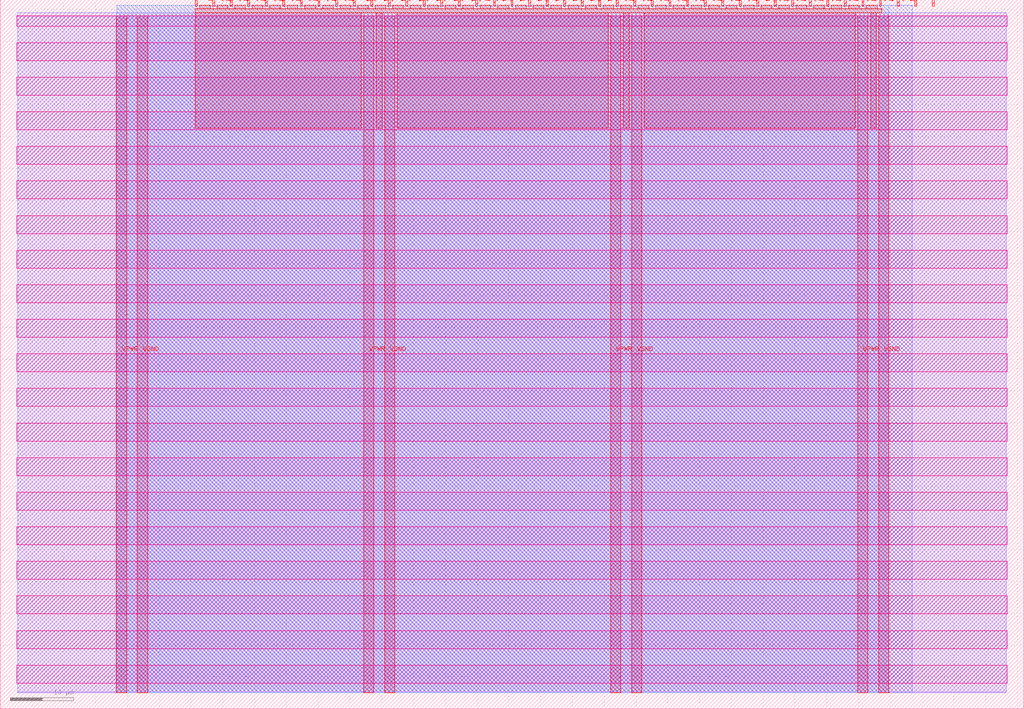
<source format=lef>
VERSION 5.7 ;
  NOWIREEXTENSIONATPIN ON ;
  DIVIDERCHAR "/" ;
  BUSBITCHARS "[]" ;
MACRO tt_um_brailliance
  CLASS BLOCK ;
  FOREIGN tt_um_brailliance ;
  ORIGIN 0.000 0.000 ;
  SIZE 161.000 BY 111.520 ;
  PIN VGND
    DIRECTION INOUT ;
    USE GROUND ;
    PORT
      LAYER met4 ;
        RECT 21.580 2.480 23.180 109.040 ;
    END
    PORT
      LAYER met4 ;
        RECT 60.450 2.480 62.050 109.040 ;
    END
    PORT
      LAYER met4 ;
        RECT 99.320 2.480 100.920 109.040 ;
    END
    PORT
      LAYER met4 ;
        RECT 138.190 2.480 139.790 109.040 ;
    END
  END VGND
  PIN VPWR
    DIRECTION INOUT ;
    USE POWER ;
    PORT
      LAYER met4 ;
        RECT 18.280 2.480 19.880 109.040 ;
    END
    PORT
      LAYER met4 ;
        RECT 57.150 2.480 58.750 109.040 ;
    END
    PORT
      LAYER met4 ;
        RECT 96.020 2.480 97.620 109.040 ;
    END
    PORT
      LAYER met4 ;
        RECT 134.890 2.480 136.490 109.040 ;
    END
  END VPWR
  PIN clk
    DIRECTION INPUT ;
    USE SIGNAL ;
    PORT
      LAYER met4 ;
        RECT 143.830 110.520 144.130 111.520 ;
    END
  END clk
  PIN ena
    DIRECTION INPUT ;
    USE SIGNAL ;
    PORT
      LAYER met4 ;
        RECT 146.590 110.520 146.890 111.520 ;
    END
  END ena
  PIN rst_n
    DIRECTION INPUT ;
    USE SIGNAL ;
    PORT
      LAYER met4 ;
        RECT 141.070 110.520 141.370 111.520 ;
    END
  END rst_n
  PIN ui_in[0]
    DIRECTION INPUT ;
    USE SIGNAL ;
    ANTENNAGATEAREA 0.126000 ;
    PORT
      LAYER met4 ;
        RECT 138.310 110.520 138.610 111.520 ;
    END
  END ui_in[0]
  PIN ui_in[1]
    DIRECTION INPUT ;
    USE SIGNAL ;
    ANTENNAGATEAREA 0.213000 ;
    PORT
      LAYER met4 ;
        RECT 135.550 110.520 135.850 111.520 ;
    END
  END ui_in[1]
  PIN ui_in[2]
    DIRECTION INPUT ;
    USE SIGNAL ;
    ANTENNAGATEAREA 0.196500 ;
    PORT
      LAYER met4 ;
        RECT 132.790 110.520 133.090 111.520 ;
    END
  END ui_in[2]
  PIN ui_in[3]
    DIRECTION INPUT ;
    USE SIGNAL ;
    ANTENNAGATEAREA 0.196500 ;
    PORT
      LAYER met4 ;
        RECT 130.030 110.520 130.330 111.520 ;
    END
  END ui_in[3]
  PIN ui_in[4]
    DIRECTION INPUT ;
    USE SIGNAL ;
    ANTENNAGATEAREA 0.196500 ;
    PORT
      LAYER met4 ;
        RECT 127.270 110.520 127.570 111.520 ;
    END
  END ui_in[4]
  PIN ui_in[5]
    DIRECTION INPUT ;
    USE SIGNAL ;
    ANTENNAGATEAREA 0.196500 ;
    PORT
      LAYER met4 ;
        RECT 124.510 110.520 124.810 111.520 ;
    END
  END ui_in[5]
  PIN ui_in[6]
    DIRECTION INPUT ;
    USE SIGNAL ;
    ANTENNAGATEAREA 0.196500 ;
    PORT
      LAYER met4 ;
        RECT 121.750 110.520 122.050 111.520 ;
    END
  END ui_in[6]
  PIN ui_in[7]
    DIRECTION INPUT ;
    USE SIGNAL ;
    ANTENNAGATEAREA 0.196500 ;
    PORT
      LAYER met4 ;
        RECT 118.990 110.520 119.290 111.520 ;
    END
  END ui_in[7]
  PIN uio_in[0]
    DIRECTION INPUT ;
    USE SIGNAL ;
    ANTENNAGATEAREA 0.126000 ;
    PORT
      LAYER met4 ;
        RECT 116.230 110.520 116.530 111.520 ;
    END
  END uio_in[0]
  PIN uio_in[1]
    DIRECTION INPUT ;
    USE SIGNAL ;
    ANTENNAGATEAREA 0.213000 ;
    PORT
      LAYER met4 ;
        RECT 113.470 110.520 113.770 111.520 ;
    END
  END uio_in[1]
  PIN uio_in[2]
    DIRECTION INPUT ;
    USE SIGNAL ;
    ANTENNAGATEAREA 0.196500 ;
    PORT
      LAYER met4 ;
        RECT 110.710 110.520 111.010 111.520 ;
    END
  END uio_in[2]
  PIN uio_in[3]
    DIRECTION INPUT ;
    USE SIGNAL ;
    ANTENNAGATEAREA 0.196500 ;
    PORT
      LAYER met4 ;
        RECT 107.950 110.520 108.250 111.520 ;
    END
  END uio_in[3]
  PIN uio_in[4]
    DIRECTION INPUT ;
    USE SIGNAL ;
    ANTENNAGATEAREA 0.196500 ;
    PORT
      LAYER met4 ;
        RECT 105.190 110.520 105.490 111.520 ;
    END
  END uio_in[4]
  PIN uio_in[5]
    DIRECTION INPUT ;
    USE SIGNAL ;
    ANTENNAGATEAREA 0.196500 ;
    PORT
      LAYER met4 ;
        RECT 102.430 110.520 102.730 111.520 ;
    END
  END uio_in[5]
  PIN uio_in[6]
    DIRECTION INPUT ;
    USE SIGNAL ;
    ANTENNAGATEAREA 0.196500 ;
    PORT
      LAYER met4 ;
        RECT 99.670 110.520 99.970 111.520 ;
    END
  END uio_in[6]
  PIN uio_in[7]
    DIRECTION INPUT ;
    USE SIGNAL ;
    ANTENNAGATEAREA 0.196500 ;
    PORT
      LAYER met4 ;
        RECT 96.910 110.520 97.210 111.520 ;
    END
  END uio_in[7]
  PIN uio_oe[0]
    DIRECTION OUTPUT ;
    USE SIGNAL ;
    ANTENNADIFFAREA 0.445500 ;
    PORT
      LAYER met4 ;
        RECT 49.990 110.520 50.290 111.520 ;
    END
  END uio_oe[0]
  PIN uio_oe[1]
    DIRECTION OUTPUT ;
    USE SIGNAL ;
    ANTENNADIFFAREA 0.445500 ;
    PORT
      LAYER met4 ;
        RECT 47.230 110.520 47.530 111.520 ;
    END
  END uio_oe[1]
  PIN uio_oe[2]
    DIRECTION OUTPUT ;
    USE SIGNAL ;
    ANTENNADIFFAREA 0.445500 ;
    PORT
      LAYER met4 ;
        RECT 44.470 110.520 44.770 111.520 ;
    END
  END uio_oe[2]
  PIN uio_oe[3]
    DIRECTION OUTPUT ;
    USE SIGNAL ;
    ANTENNADIFFAREA 0.445500 ;
    PORT
      LAYER met4 ;
        RECT 41.710 110.520 42.010 111.520 ;
    END
  END uio_oe[3]
  PIN uio_oe[4]
    DIRECTION OUTPUT ;
    USE SIGNAL ;
    ANTENNADIFFAREA 0.445500 ;
    PORT
      LAYER met4 ;
        RECT 38.950 110.520 39.250 111.520 ;
    END
  END uio_oe[4]
  PIN uio_oe[5]
    DIRECTION OUTPUT ;
    USE SIGNAL ;
    ANTENNADIFFAREA 0.445500 ;
    PORT
      LAYER met4 ;
        RECT 36.190 110.520 36.490 111.520 ;
    END
  END uio_oe[5]
  PIN uio_oe[6]
    DIRECTION OUTPUT ;
    USE SIGNAL ;
    ANTENNADIFFAREA 0.445500 ;
    PORT
      LAYER met4 ;
        RECT 33.430 110.520 33.730 111.520 ;
    END
  END uio_oe[6]
  PIN uio_oe[7]
    DIRECTION OUTPUT ;
    USE SIGNAL ;
    ANTENNADIFFAREA 0.445500 ;
    PORT
      LAYER met4 ;
        RECT 30.670 110.520 30.970 111.520 ;
    END
  END uio_oe[7]
  PIN uio_out[0]
    DIRECTION OUTPUT ;
    USE SIGNAL ;
    ANTENNADIFFAREA 0.445500 ;
    PORT
      LAYER met4 ;
        RECT 72.070 110.520 72.370 111.520 ;
    END
  END uio_out[0]
  PIN uio_out[1]
    DIRECTION OUTPUT ;
    USE SIGNAL ;
    ANTENNADIFFAREA 0.445500 ;
    PORT
      LAYER met4 ;
        RECT 69.310 110.520 69.610 111.520 ;
    END
  END uio_out[1]
  PIN uio_out[2]
    DIRECTION OUTPUT ;
    USE SIGNAL ;
    ANTENNADIFFAREA 0.445500 ;
    PORT
      LAYER met4 ;
        RECT 66.550 110.520 66.850 111.520 ;
    END
  END uio_out[2]
  PIN uio_out[3]
    DIRECTION OUTPUT ;
    USE SIGNAL ;
    ANTENNADIFFAREA 0.445500 ;
    PORT
      LAYER met4 ;
        RECT 63.790 110.520 64.090 111.520 ;
    END
  END uio_out[3]
  PIN uio_out[4]
    DIRECTION OUTPUT ;
    USE SIGNAL ;
    ANTENNADIFFAREA 0.445500 ;
    PORT
      LAYER met4 ;
        RECT 61.030 110.520 61.330 111.520 ;
    END
  END uio_out[4]
  PIN uio_out[5]
    DIRECTION OUTPUT ;
    USE SIGNAL ;
    ANTENNADIFFAREA 0.445500 ;
    PORT
      LAYER met4 ;
        RECT 58.270 110.520 58.570 111.520 ;
    END
  END uio_out[5]
  PIN uio_out[6]
    DIRECTION OUTPUT ;
    USE SIGNAL ;
    ANTENNADIFFAREA 0.445500 ;
    PORT
      LAYER met4 ;
        RECT 55.510 110.520 55.810 111.520 ;
    END
  END uio_out[6]
  PIN uio_out[7]
    DIRECTION OUTPUT ;
    USE SIGNAL ;
    ANTENNADIFFAREA 0.445500 ;
    PORT
      LAYER met4 ;
        RECT 52.750 110.520 53.050 111.520 ;
    END
  END uio_out[7]
  PIN uo_out[0]
    DIRECTION OUTPUT ;
    USE SIGNAL ;
    ANTENNADIFFAREA 0.643500 ;
    PORT
      LAYER met4 ;
        RECT 94.150 110.520 94.450 111.520 ;
    END
  END uo_out[0]
  PIN uo_out[1]
    DIRECTION OUTPUT ;
    USE SIGNAL ;
    ANTENNADIFFAREA 1.721000 ;
    PORT
      LAYER met4 ;
        RECT 91.390 110.520 91.690 111.520 ;
    END
  END uo_out[1]
  PIN uo_out[2]
    DIRECTION OUTPUT ;
    USE SIGNAL ;
    ANTENNADIFFAREA 1.524450 ;
    PORT
      LAYER met4 ;
        RECT 88.630 110.520 88.930 111.520 ;
    END
  END uo_out[2]
  PIN uo_out[3]
    DIRECTION OUTPUT ;
    USE SIGNAL ;
    ANTENNADIFFAREA 1.721000 ;
    PORT
      LAYER met4 ;
        RECT 85.870 110.520 86.170 111.520 ;
    END
  END uo_out[3]
  PIN uo_out[4]
    DIRECTION OUTPUT ;
    USE SIGNAL ;
    ANTENNADIFFAREA 1.524450 ;
    PORT
      LAYER met4 ;
        RECT 83.110 110.520 83.410 111.520 ;
    END
  END uo_out[4]
  PIN uo_out[5]
    DIRECTION OUTPUT ;
    USE SIGNAL ;
    ANTENNADIFFAREA 1.721000 ;
    PORT
      LAYER met4 ;
        RECT 80.350 110.520 80.650 111.520 ;
    END
  END uo_out[5]
  PIN uo_out[6]
    DIRECTION OUTPUT ;
    USE SIGNAL ;
    ANTENNADIFFAREA 1.721000 ;
    PORT
      LAYER met4 ;
        RECT 77.590 110.520 77.890 111.520 ;
    END
  END uo_out[6]
  PIN uo_out[7]
    DIRECTION OUTPUT ;
    USE SIGNAL ;
    ANTENNADIFFAREA 1.721000 ;
    PORT
      LAYER met4 ;
        RECT 74.830 110.520 75.130 111.520 ;
    END
  END uo_out[7]
  OBS
      LAYER nwell ;
        RECT 2.570 107.385 158.430 108.990 ;
        RECT 2.570 101.945 158.430 104.775 ;
        RECT 2.570 96.505 158.430 99.335 ;
        RECT 2.570 91.065 158.430 93.895 ;
        RECT 2.570 85.625 158.430 88.455 ;
        RECT 2.570 80.185 158.430 83.015 ;
        RECT 2.570 74.745 158.430 77.575 ;
        RECT 2.570 69.305 158.430 72.135 ;
        RECT 2.570 63.865 158.430 66.695 ;
        RECT 2.570 58.425 158.430 61.255 ;
        RECT 2.570 52.985 158.430 55.815 ;
        RECT 2.570 47.545 158.430 50.375 ;
        RECT 2.570 42.105 158.430 44.935 ;
        RECT 2.570 36.665 158.430 39.495 ;
        RECT 2.570 31.225 158.430 34.055 ;
        RECT 2.570 25.785 158.430 28.615 ;
        RECT 2.570 20.345 158.430 23.175 ;
        RECT 2.570 14.905 158.430 17.735 ;
        RECT 2.570 9.465 158.430 12.295 ;
        RECT 2.570 4.025 158.430 6.855 ;
      LAYER li1 ;
        RECT 2.760 2.635 158.240 108.885 ;
      LAYER met1 ;
        RECT 2.760 2.480 158.240 109.440 ;
      LAYER met2 ;
        RECT 18.310 2.535 143.420 110.685 ;
      LAYER met3 ;
        RECT 18.290 2.555 139.780 110.665 ;
      LAYER met4 ;
        RECT 31.370 110.120 33.030 110.665 ;
        RECT 34.130 110.120 35.790 110.665 ;
        RECT 36.890 110.120 38.550 110.665 ;
        RECT 39.650 110.120 41.310 110.665 ;
        RECT 42.410 110.120 44.070 110.665 ;
        RECT 45.170 110.120 46.830 110.665 ;
        RECT 47.930 110.120 49.590 110.665 ;
        RECT 50.690 110.120 52.350 110.665 ;
        RECT 53.450 110.120 55.110 110.665 ;
        RECT 56.210 110.120 57.870 110.665 ;
        RECT 58.970 110.120 60.630 110.665 ;
        RECT 61.730 110.120 63.390 110.665 ;
        RECT 64.490 110.120 66.150 110.665 ;
        RECT 67.250 110.120 68.910 110.665 ;
        RECT 70.010 110.120 71.670 110.665 ;
        RECT 72.770 110.120 74.430 110.665 ;
        RECT 75.530 110.120 77.190 110.665 ;
        RECT 78.290 110.120 79.950 110.665 ;
        RECT 81.050 110.120 82.710 110.665 ;
        RECT 83.810 110.120 85.470 110.665 ;
        RECT 86.570 110.120 88.230 110.665 ;
        RECT 89.330 110.120 90.990 110.665 ;
        RECT 92.090 110.120 93.750 110.665 ;
        RECT 94.850 110.120 96.510 110.665 ;
        RECT 97.610 110.120 99.270 110.665 ;
        RECT 100.370 110.120 102.030 110.665 ;
        RECT 103.130 110.120 104.790 110.665 ;
        RECT 105.890 110.120 107.550 110.665 ;
        RECT 108.650 110.120 110.310 110.665 ;
        RECT 111.410 110.120 113.070 110.665 ;
        RECT 114.170 110.120 115.830 110.665 ;
        RECT 116.930 110.120 118.590 110.665 ;
        RECT 119.690 110.120 121.350 110.665 ;
        RECT 122.450 110.120 124.110 110.665 ;
        RECT 125.210 110.120 126.870 110.665 ;
        RECT 127.970 110.120 129.630 110.665 ;
        RECT 130.730 110.120 132.390 110.665 ;
        RECT 133.490 110.120 135.150 110.665 ;
        RECT 136.250 110.120 137.910 110.665 ;
        RECT 30.655 109.440 138.625 110.120 ;
        RECT 30.655 91.295 56.750 109.440 ;
        RECT 59.150 91.295 60.050 109.440 ;
        RECT 62.450 91.295 95.620 109.440 ;
        RECT 98.020 91.295 98.920 109.440 ;
        RECT 101.320 91.295 134.490 109.440 ;
        RECT 136.890 91.295 137.790 109.440 ;
  END
END tt_um_brailliance
END LIBRARY


</source>
